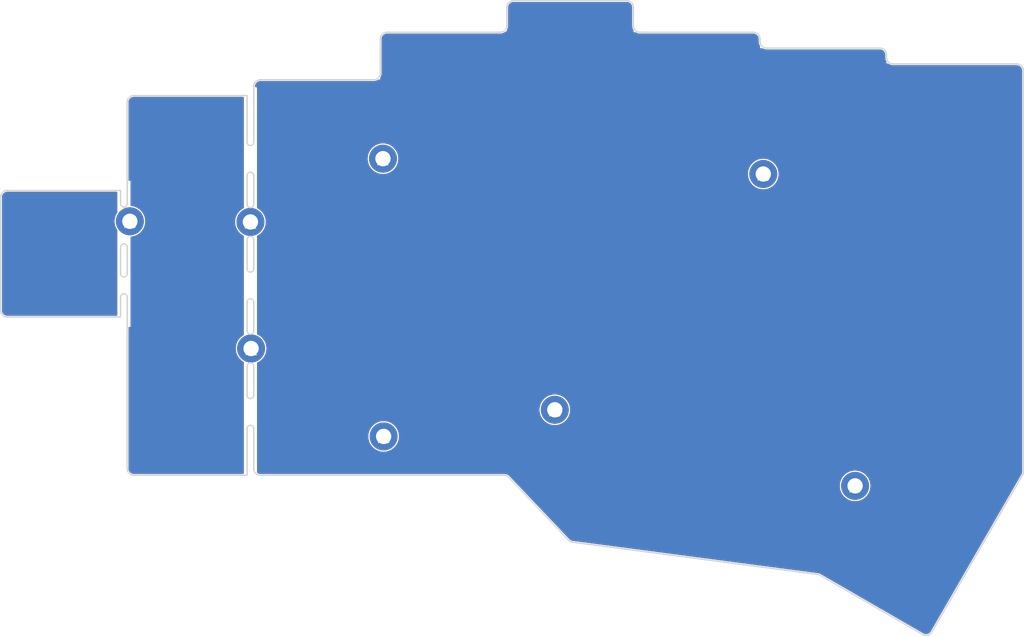
<source format=kicad_pcb>
(kicad_pcb (version 20210824) (generator pcbnew)
  (layers (0 "F.Cu" signal) (31 "B.Cu" signal) (34 "B.Paste" user) (35 "F.Paste" user) (36 "B.SilkS" user "B.Silkscreen") (37 "F.SilkS" user "F.Silkscreen") (38 "B.Mask" user) (39 "F.Mask" user) (44 "Edge.Cuts" user))
  (net 0 "")
  (footprint "kbd:M2_Hole_TH" (layer "F.Cu") (at 71.621463 38.074367)
    (fp_text reference "H4" (at 0 0.5) (layer "F.SilkS"))
    (fp_text value "MountingHole")
    (pad "" thru_hole circle (at 0 0) (size 4.2 4.2) (drill 2.3) (layers *.Cu *.Mask))
  )
  (footprint "kbd:M2_Hole_TH" (layer "F.Cu") (at 142.507505 87.19918)
    (fp_text reference "H9" (at 0 0.5) (layer "F.SilkS"))
    (fp_text value "MountingHole")
    (pad "" thru_hole circle (at 0 0) (size 4.2 4.2) (drill 2.3) (layers *.Cu *.Mask))
  )
  (footprint "kbd:M2_Hole_TH" (layer "F.Cu") (at 51.821463 66.574367)
    (fp_text reference "H2" (at 0 0.5) (layer "F.SilkS"))
    (fp_text value "MountingHole")
    (pad "" thru_hole circle (at 0 0) (size 4.2 4.2) (drill 2.3) (layers *.Cu *.Mask))
  )
  (footprint "kbd:M2_Hole_TH" (layer "F.Cu") (at 128.721463 40.374367)
    (fp_text reference "H8" (at 0 0.5) (layer "F.SilkS"))
    (fp_text value "MountingHole")
    (pad "" thru_hole circle (at 0 0) (size 4.2 4.2) (drill 2.3) (layers *.Cu *.Mask))
  )
  (footprint "kbd:M2_Hole_TH" (layer "F.Cu") (at 33.621463 47.474367)
    (fp_text reference "H3" (at 0 0.5) (layer "F.SilkS"))
    (fp_text value "MountingHole")
    (pad "" thru_hole circle (at 0 0) (size 4.2 4.2) (drill 2.3) (layers *.Cu *.Mask))
  )
  (footprint "kbd:M2_Hole_TH" (layer "F.Cu") (at 97.421463 75.774367)
    (fp_text reference "H6" (at 0 0.5) (layer "F.SilkS"))
    (fp_text value "MountingHole")
    (pad "" thru_hole circle (at 0 0) (size 4.2 4.2) (drill 2.3) (layers *.Cu *.Mask))
  )
  (footprint "kbd:M2_Hole_TH" (layer "F.Cu") (at 51.721463 47.574367)
    (fp_text reference "H1" (at 0 0.5) (layer "F.SilkS"))
    (fp_text value "MountingHole")
    (pad "" thru_hole circle (at 0 0) (size 4.2 4.2) (drill 2.3) (layers *.Cu *.Mask))
  )
  (footprint "kbd:M2_Hole_TH" (layer "F.Cu") (at 71.721463 79.774367)
    (fp_text reference "H5" (at 0 0.5) (layer "F.SilkS"))
    (fp_text value "MountingHole")
    (pad "" thru_hole circle (at 0 0) (size 4.2 4.2) (drill 2.3) (layers *.Cu *.Mask))
  )
  (gr_arc (start 153.162511 108.650633) (end 152.662511 109.516658) (angle -90) (layer "Edge.Cuts") (width 0.2))
  (gr_line (start 51.221491 40.599328) (end 51.22149 44.924327) (layer "Edge.Cuts") (width 0.2))
  (gr_line (start 52.221463 35.599367) (end 52.221463 27.224367) (layer "Edge.Cuts") (width 0.2))
  (gr_line (start 52.221491 54.599327) (end 52.22149 50.224327) (layer "Edge.Cuts") (width 0.2))
  (gr_line (start 89.796623 85.599366) (end 53.221463 85.599366) (layer "Edge.Cuts") (width 0.2))
  (gr_line (start 109.221463 15.349368) (end 109.221463 18.099367) (layer "Edge.Cuts") (width 0.2))
  (gr_arc (start 89.796623 86.588971) (end 90.514076 85.907372) (angle -46.46802851) (layer "Edge.Cuts") (width 0.2))
  (gr_line (start 52.22149 63.924327) (end 52.221491 59.599327) (layer "Edge.Cuts") (width 0.2))
  (gr_line (start 32.221464 58.849368) (end 32.221464 61.849368) (layer "Edge.Cuts") (width 0.2))
  (gr_line (start 129.221463 21.474367) (end 146.221463 21.474368) (layer "Edge.Cuts") (width 0.2))
  (gr_arc (start 34.211068 84.609762) (end 33.221463 84.609762) (angle -90) (layer "Edge.Cuts") (width 0.2))
  (gr_line (start 148.221463 23.849368) (end 166.778537 23.849368) (layer "Edge.Cuts") (width 0.2))
  (gr_arc (start 51.72149 69.224327) (end 52.22149 69.224327) (angle -180) (layer "Edge.Cuts") (width 0.2))
  (gr_arc (start 51.721463 40.599367) (end 52.221463 40.599367) (angle -180) (layer "Edge.Cuts") (width 0.2))
  (gr_arc (start 51.721463 78.599366) (end 52.221463 78.599366) (angle -180) (layer "Edge.Cuts") (width 0.2))
  (gr_arc (start 91.221463 15.349368) (end 91.221463 14.349368) (angle -90) (layer "Edge.Cuts") (width 0.2))
  (gr_line (start 72.221463 19.099367) (end 89.221463 19.099368) (layer "Edge.Cuts") (width 0.2))
  (gr_line (start 167.778537 24.849368) (end 167.778537 85.066985) (layer "Edge.Cuts") (width 0.2))
  (gr_arc (start 166.778537 85.066985) (end 167.644562 85.566985) (angle -30) (layer "Edge.Cuts") (width 0.2))
  (gr_line (start 52.221463 84.599366) (end 52.221463 78.599366) (layer "Edge.Cuts") (width 0.2))
  (gr_line (start 53.221463 26.224368) (end 70.221463 26.224368) (layer "Edge.Cuts") (width 0.2))
  (gr_line (start 15.221464 42.849368) (end 32.221465 42.849368) (layer "Edge.Cuts") (width 0.2))
  (gr_line (start 167.644562 85.566985) (end 154.028537 109.150633) (layer "Edge.Cuts") (width 0.2))
  (gr_line (start 14.221465 60.849368) (end 14.221465 43.849369) (layer "Edge.Cuts") (width 0.2))
  (gr_line (start 33.221463 84.609762) (end 33.221464 58.849368) (layer "Edge.Cuts") (width 0.2))
  (gr_arc (start 51.721463 54.599366) (end 51.221463 54.599366) (angle -180) (layer "Edge.Cuts") (width 0.2))
  (gr_line (start 52.221491 73.599327) (end 52.22149 69.224327) (layer "Edge.Cuts") (width 0.2))
  (gr_arc (start 53.221463 84.599366) (end 52.221463 84.599366) (angle -90) (layer "Edge.Cuts") (width 0.2))
  (gr_line (start 71.221463 25.224368) (end 71.221463 20.099368) (layer "Edge.Cuts") (width 0.2))
  (gr_line (start 33.221464 44.849368) (end 33.221464 29.599368) (layer "Edge.Cuts") (width 0.2))
  (gr_arc (start 51.72149 44.924327) (end 51.22149 44.924327) (angle -180) (layer "Edge.Cuts") (width 0.2))
  (gr_arc (start 51.721463 35.599367) (end 51.221463 35.599367) (angle -180) (layer "Edge.Cuts") (width 0.2))
  (gr_arc (start 127.221463 20.099367) (end 128.221463 20.099367) (angle -90) (layer "Edge.Cuts") (width 0.2))
  (gr_arc (start 51.721463 73.599366) (end 51.221463 73.599366) (angle -180) (layer "Edge.Cuts") (width 0.2))
  (gr_arc (start 51.72149 50.224327) (end 52.22149 50.224327) (angle -180) (layer "Edge.Cuts") (width 0.2))
  (gr_arc (start 148.221463 22.849368) (end 147.221463 22.849368) (angle -90) (layer "Edge.Cuts") (width 0.2))
  (gr_arc (start 129.221463 20.474367) (end 128.221463 20.474367) (angle -90) (layer "Edge.Cuts") (width 0.2))
  (gr_arc (start 108.221463 15.349368) (end 109.221463 15.349368) (angle -90) (layer "Edge.Cuts") (width 0.2))
  (gr_line (start 152.662511 109.516658) (end 137.244527 100.615081) (layer "Edge.Cuts") (width 0.2))
  (gr_arc (start 15.221465 43.849368) (end 15.221464 42.849368) (angle -90) (layer "Edge.Cuts") (width 0.2))
  (gr_line (start 147.221463 22.474368) (end 147.221463 22.849368) (layer "Edge.Cuts") (width 0.2))
  (gr_arc (start 32.721464 44.849368) (end 32.221464 44.849368) (angle -180) (layer "Edge.Cuts") (width 0.2))
  (gr_line (start 51.221491 54.599327) (end 51.22149 50.224327) (layer "Edge.Cuts") (width 0.2))
  (gr_arc (start 32.721464 58.849368) (end 33.221464 58.849368) (angle -180) (layer "Edge.Cuts") (width 0.2))
  (gr_line (start 51.22149 69.224327) (end 51.221491 73.599327) (layer "Edge.Cuts") (width 0.2))
  (gr_line (start 51.221463 28.599368) (end 51.221463 35.599367) (layer "Edge.Cuts") (width 0.2))
  (gr_arc (start 70.221463 25.224368) (end 70.221463 26.224368) (angle -90) (layer "Edge.Cuts") (width 0.2))
  (gr_line (start 51.221463 85.599366) (end 34.211068 85.599366) (layer "Edge.Cuts") (width 0.2))
  (gr_line (start 32.221464 51.349368) (end 32.221464 55.349368) (layer "Edge.Cuts") (width 0.2))
  (gr_line (start 110.221463 19.099367) (end 127.221463 19.099367) (layer "Edge.Cuts") (width 0.2))
  (gr_line (start 90.221463 18.099368) (end 90.221463 15.349368) (layer "Edge.Cuts") (width 0.2))
  (gr_line (start 128.221463 20.099367) (end 128.221463 20.474367) (layer "Edge.Cuts") (width 0.2))
  (gr_line (start 32.221464 61.849368) (end 15.221464 61.849368) (layer "Edge.Cuts") (width 0.2))
  (gr_line (start 99.480311 95.345258) (end 90.514076 85.907372) (layer "Edge.Cuts") (width 0.2))
  (gr_arc (start 110.221463 18.099368) (end 109.221463 18.099367) (angle -90) (layer "Edge.Cuts") (width 0.2))
  (gr_line (start 51.22149 63.924327) (end 51.221491 59.599327) (layer "Edge.Cuts") (width 0.2))
  (gr_arc (start 34.221464 29.599368) (end 34.221464 28.599368) (angle -90) (layer "Edge.Cuts") (width 0.2))
  (gr_arc (start 53.221463 27.224368) (end 53.221463 26.224368) (angle -90) (layer "Edge.Cuts") (width 0.2))
  (gr_arc (start 166.778537 24.849368) (end 167.778537 24.849368) (angle -90) (layer "Edge.Cuts") (width 0.2))
  (gr_arc (start 51.721463 59.599366) (end 52.221463 59.599366) (angle -180) (layer "Edge.Cuts") (width 0.2))
  (gr_line (start 33.221463 55.349368) (end 33.221463 51.349368) (layer "Edge.Cuts") (width 0.2))
  (gr_line (start 91.221463 14.349368) (end 108.221463 14.349368) (layer "Edge.Cuts") (width 0.2))
  (gr_arc (start 15.221464 60.849368) (end 14.221465 60.849368) (angle -90) (layer "Edge.Cuts") (width 0.2))
  (gr_arc (start 32.721462 51.349368) (end 33.221462 51.349368) (angle -180) (layer "Edge.Cuts") (width 0.2))
  (gr_arc (start 136.749724 101.472103) (end 137.244527 100.615081) (angle -22.5) (layer "Edge.Cuts") (width 0.2))
  (gr_line (start 51.221463 78.599366) (end 51.221463 85.599366) (layer "Edge.Cuts") (width 0.2))
  (gr_line (start 32.221464 42.849368) (end 32.221464 44.849368) (layer "Edge.Cuts") (width 0.2))
  (gr_line (start 52.221491 40.599328) (end 52.22149 44.924327) (layer "Edge.Cuts") (width 0.2))
  (gr_arc (start 32.721463 55.349368) (end 32.221463 55.349368) (angle -180) (layer "Edge.Cuts") (width 0.2))
  (gr_arc (start 146.221463 22.474368) (end 147.221463 22.474368) (angle -90) (layer "Edge.Cuts") (width 0.2))
  (gr_arc (start 51.72149 63.924327) (end 51.22149 63.924327) (angle -180) (layer "Edge.Cuts") (width 0.2))
  (gr_arc (start 89.221463 18.099368) (end 89.221463 19.099368) (angle -90) (layer "Edge.Cuts") (width 0.2))
  (gr_line (start 34.221464 28.599368) (end 51.221463 28.599368) (layer "Edge.Cuts") (width 0.2))
  (gr_line (start 136.878894 100.490965) (end 100.068595 95.644797) (layer "Edge.Cuts") (width 0.2))
  (gr_arc (start 72.221463 20.099368) (end 72.221463 19.099367) (angle -90) (layer "Edge.Cuts") (width 0.2))
  (gr_arc (start 100.197764 94.663659) (end 99.480311 95.345258) (angle -38.96802851) (layer "Edge.Cuts") (width 0.2))
  (zone (net 0) (net_name "") (layers F&B.Cu) (connect_pads (clearance 0)) (min_thickness 0.254)
    (keepout (tracks not_allowed) (vias not_allowed) (pads not_allowed) (copperpour not_allowed) (footprints allowed))
    (fill (thermal_gap 0.508) (thermal_bridge_width 0.508))
    (polygon (pts (xy 33.721463 63.349367) (xy 31.721463 63.349367) (xy 31.721463 41.849367) (xy 33.721463 41.349367)))
  )
  (zone (net 0) (net_name "") (layers F&B.Cu) (connect_pads (clearance 0)) (min_thickness 0.254)
    (keepout (tracks not_allowed) (vias not_allowed) (pads not_allowed) (copperpour not_allowed) (footprints allowed))
    (fill (thermal_gap 0.508) (thermal_bridge_width 0.508))
    (polygon (pts (xy 52.721463 86.099367) (xy 50.721463 86.099367) (xy 50.721463 27.349367) (xy 52.721463 27.349367)))
  )
  (zone (net 0) (net_name "") (layers F&B.Cu) (priority 1) (connect_pads (clearance 0.2)) (min_thickness 0.25) (fill yes (thermal_gap 0.5) (thermal_bridge_width 0.5))
    (polygon (pts (xy 109.221463 19.104952) (xy 128.221463 19.104952) (xy 128.221463 21.504952) (xy 147.221463 21.504952) (xy 147.221463 23.804952) (xy 167.721463 23.804952) (xy 167.821463 85.204952) (xy 153.421463 109.904952) (xy 137.021463 100.504952) (xy 99.721463 95.504952) (xy 90.121463 85.504952) (xy 33.221463 85.604952) (xy 33.221463 61.804952) (xy 14.121463 61.804952) (xy 14.221463 42.904952) (xy 33.221463 42.804952) (xy 33.221463 28.504952) (xy 52.221463 28.504952) (xy 52.221463 26.204952) (xy 71.221463 26.204952) (xy 71.221463 19.004952) (xy 90.221463 19.004952) (xy 90.221463 14.304952) (xy 109.221463 14.304952)))
  )
)
</source>
